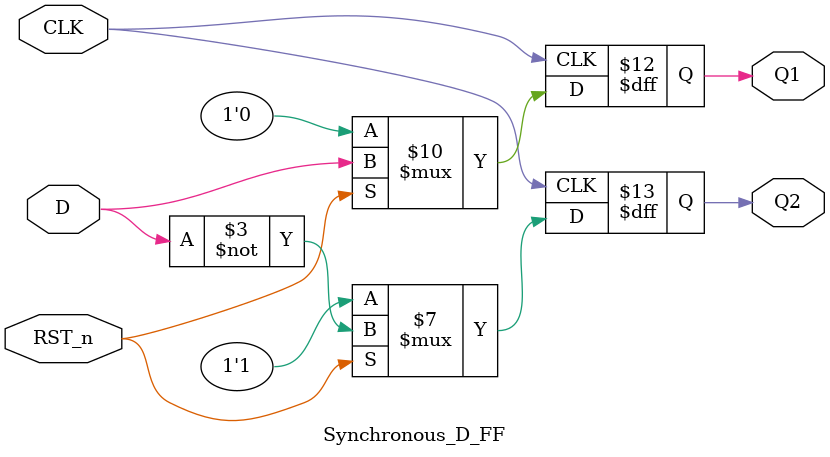
<source format=v>
`timescale 1ns / 1ps
module Synchronous_D_FF(
    input CLK, //Ê±ÖÓÐÅºÅ£¬ÉÏÉýÑØÓÐÐ§
    input D, //ÊäÈëÐÅºÅ D
    input RST_n, //¸´Î»ÐÅºÅ£¬µÍµçÆ½ÓÐÐ§
    output reg Q1 = 1, //Êä³öÐÅºÅ Q
    output reg Q2 = 0 //Êä³öÐÅºÅ ?
);
    always@(posedge CLK) begin
        if(RST_n == 0) begin
            Q1 <= 1'b0;
            Q2 <= 1'b1;        
        end
        else begin
            Q1 = D;
            Q2 = ~Q1;
        end
    end
endmodule

</source>
